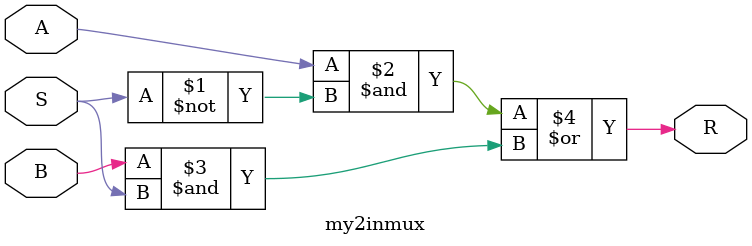
<source format=v>
module my2inmux(A,B,S,R);
input A,B,S;
output R;
assign R = (A&(~S))|(B&S);

endmodule // 
</source>
